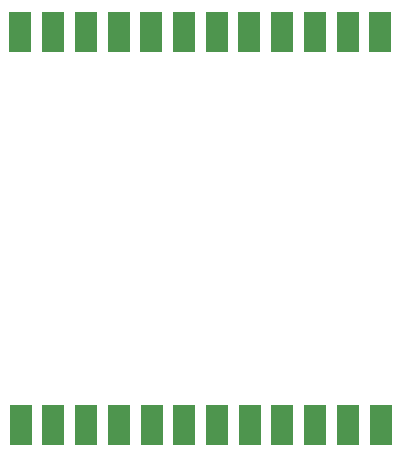
<source format=gbr>
G04 #@! TF.GenerationSoftware,KiCad,Pcbnew,8.0.4*
G04 #@! TF.CreationDate,2025-03-14T11:46:41-03:00*
G04 #@! TF.ProjectId,generic_8_bit_audio_dac,67656e65-7269-4635-9f38-5f6269745f61,rev?*
G04 #@! TF.SameCoordinates,Original*
G04 #@! TF.FileFunction,Paste,Bot*
G04 #@! TF.FilePolarity,Positive*
%FSLAX46Y46*%
G04 Gerber Fmt 4.6, Leading zero omitted, Abs format (unit mm)*
G04 Created by KiCad (PCBNEW 8.0.4) date 2025-03-14 11:46:41*
%MOMM*%
%LPD*%
G01*
G04 APERTURE LIST*
%ADD10R,1.846667X3.480000*%
G04 APERTURE END LIST*
D10*
X151530001Y-100457000D03*
X148760001Y-100457000D03*
X145990001Y-100457000D03*
X143220001Y-100457000D03*
X140450001Y-100457000D03*
X137680001Y-100457000D03*
X134910001Y-100457000D03*
X132140001Y-100457000D03*
X129370001Y-100457000D03*
X126600001Y-100457000D03*
X123830001Y-100457000D03*
X121060001Y-100457000D03*
X121036000Y-67183000D03*
X123806000Y-67183000D03*
X126576000Y-67183000D03*
X129346000Y-67183000D03*
X132116000Y-67183000D03*
X134886000Y-67183000D03*
X137656000Y-67183000D03*
X140426000Y-67183000D03*
X143196000Y-67183000D03*
X145966000Y-67183000D03*
X148736000Y-67183000D03*
X151506000Y-67183000D03*
M02*

</source>
